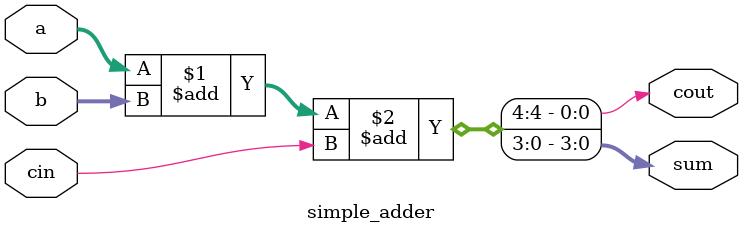
<source format=v>
module simple_adder(
    input [3:0] a,
    input [3:0] b,
    input cin,
    output [3:0] sum,
    output cout
);
    assign {cout, sum} = a + b + cin;
endmodule
</source>
